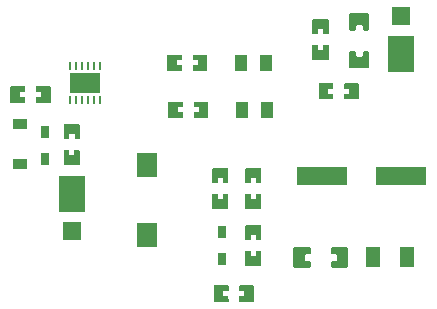
<source format=gtp>
G04*
G04 #@! TF.GenerationSoftware,Altium Limited,Altium Designer,24.2.2 (26)*
G04*
G04 Layer_Color=8421504*
%FSLAX44Y44*%
%MOMM*%
G71*
G04*
G04 #@! TF.SameCoordinates,967F0760-92D6-49E7-A335-9EBDF73BCE5C*
G04*
G04*
G04 #@! TF.FilePolarity,Positive*
G04*
G01*
G75*
%ADD17R,1.1901X1.7280*%
%ADD18R,1.0000X1.3995*%
%ADD19R,2.2000X3.1001*%
%ADD20R,1.5240X1.5200*%
%ADD21R,4.3000X1.6000*%
%ADD22R,0.7500X1.0000*%
%ADD23R,1.7000X2.0000*%
%ADD24R,1.1500X0.9500*%
%ADD25R,0.2540X0.7010*%
%ADD26R,2.5000X1.6993*%
G36*
X362842Y296478D02*
Y283628D01*
X361842Y282628D01*
X358139D01*
X357139Y283628D01*
Y286677D01*
X356139Y287677D01*
X352264D01*
X351264Y286677D01*
Y283628D01*
X350264Y282628D01*
X346562D01*
X345562Y283628D01*
Y296478D01*
X346562Y297478D01*
X361842D01*
X362842Y296478D01*
D02*
G37*
G36*
X328336Y291644D02*
Y280144D01*
X327836Y279644D01*
X323735Y279594D01*
Y284094D01*
X319235D01*
Y279694D01*
X315036Y279644D01*
X314536Y280144D01*
Y291644D01*
X315036Y292144D01*
X327836D01*
X328336Y291644D01*
D02*
G37*
G36*
Y270144D02*
Y258644D01*
X327836Y258144D01*
X315036D01*
X314536Y258644D01*
Y270144D01*
X315036Y270644D01*
X319235Y270644D01*
Y266194D01*
X323735D01*
Y270594D01*
X327836Y270644D01*
X328336Y270144D01*
D02*
G37*
G36*
X362842Y264628D02*
Y251778D01*
X361842Y250778D01*
X346562D01*
X345562Y251778D01*
Y264628D01*
X346562Y265628D01*
X350264D01*
X351264Y264628D01*
Y261579D01*
X352264Y260579D01*
X356139D01*
X357139Y261579D01*
Y264628D01*
X358139Y265628D01*
X361842D01*
X362842Y264628D01*
D02*
G37*
G36*
X225788Y261670D02*
Y248870D01*
X225288Y248370D01*
X213788D01*
X213288Y248870D01*
X213288Y253070D01*
X217738D01*
Y257570D01*
X213338D01*
X213288Y261670D01*
X213788Y262170D01*
X225288D01*
X225788Y261670D01*
D02*
G37*
G36*
X204288D02*
X204338Y257570D01*
X199838D01*
Y253070D01*
X204238D01*
X204288Y248870D01*
X203788Y248370D01*
X192288D01*
X191788Y248870D01*
Y261670D01*
X192288Y262170D01*
X203788D01*
X204288Y261670D01*
D02*
G37*
G36*
X353930Y237602D02*
Y224802D01*
X353430Y224302D01*
X341930D01*
X341430Y224802D01*
X341430Y229002D01*
X345880D01*
Y233501D01*
X341480D01*
X341430Y237602D01*
X341930Y238102D01*
X353430D01*
X353930Y237602D01*
D02*
G37*
G36*
X332430D02*
X332480Y233501D01*
X327980D01*
Y229002D01*
X332380D01*
X332430Y224802D01*
X331930Y224302D01*
X320430D01*
X319930Y224802D01*
Y237602D01*
X320430Y238102D01*
X331930D01*
X332430Y237602D01*
D02*
G37*
G36*
X92946Y235000D02*
Y222200D01*
X92446Y221700D01*
X80946D01*
X80446Y222200D01*
X80396Y226301D01*
X84896D01*
Y230800D01*
X80496D01*
X80446Y235000D01*
X80946Y235500D01*
X92446D01*
X92946Y235000D01*
D02*
G37*
G36*
X71446D02*
X71446Y230800D01*
X66996D01*
Y226301D01*
X71396D01*
X71446Y222200D01*
X70946Y221700D01*
X59446D01*
X58946Y222200D01*
Y235000D01*
X59446Y235500D01*
X70946D01*
X71446Y235000D01*
D02*
G37*
G36*
X226461Y222046D02*
Y209246D01*
X225961Y208746D01*
X214461D01*
X213961Y209246D01*
X213961Y213446D01*
X218411D01*
Y217945D01*
X214011D01*
X213961Y222046D01*
X214461Y222546D01*
X225961D01*
X226461Y222046D01*
D02*
G37*
G36*
X204961D02*
X205011Y217945D01*
X200511D01*
Y213446D01*
X204911D01*
X204961Y209246D01*
X204461Y208746D01*
X192961D01*
X192461Y209246D01*
Y222046D01*
X192961Y222546D01*
X204461D01*
X204961Y222046D01*
D02*
G37*
G36*
X117898Y202638D02*
Y191138D01*
X117398Y190638D01*
X113298Y190587D01*
Y195088D01*
X108798D01*
Y190688D01*
X104598Y190638D01*
X104098Y191138D01*
Y202638D01*
X104598Y203138D01*
X117398D01*
X117898Y202638D01*
D02*
G37*
G36*
X108699Y177089D02*
X113198D01*
Y181489D01*
X117398Y181538D01*
X117898Y181038D01*
Y169538D01*
X117398Y169038D01*
X104598D01*
X104098Y169538D01*
Y181038D01*
X104598Y181538D01*
X108699Y181589D01*
Y177089D01*
D02*
G37*
G36*
X271528Y165453D02*
Y153953D01*
X271028Y153453D01*
X266828Y153453D01*
Y157903D01*
X262328D01*
Y153503D01*
X258228Y153453D01*
X257728Y153953D01*
Y165453D01*
X258228Y165953D01*
X271028D01*
X271528Y165453D01*
D02*
G37*
G36*
X243588D02*
Y153953D01*
X243088Y153453D01*
X238888Y153453D01*
Y157903D01*
X234388D01*
Y153503D01*
X230288Y153453D01*
X229788Y153953D01*
Y165453D01*
X230288Y165953D01*
X243088D01*
X243588Y165453D01*
D02*
G37*
G36*
X262328Y140003D02*
X266828D01*
Y144403D01*
X271028Y144453D01*
X271528Y143953D01*
Y132453D01*
X271028Y131953D01*
X258228D01*
X257728Y132453D01*
Y143953D01*
X258228Y144453D01*
X262328Y144503D01*
Y140003D01*
D02*
G37*
G36*
X234388D02*
X238888D01*
Y144403D01*
X243088Y144453D01*
X243588Y143953D01*
Y132453D01*
X243088Y131953D01*
X230288D01*
X229788Y132453D01*
Y143953D01*
X230288Y144453D01*
X234388Y144503D01*
Y140003D01*
D02*
G37*
G36*
X271528Y117193D02*
Y105693D01*
X271028Y105193D01*
X266828Y105193D01*
Y109643D01*
X262328D01*
Y105243D01*
X258228Y105193D01*
X257728Y105693D01*
Y117193D01*
X258228Y117693D01*
X271028D01*
X271528Y117193D01*
D02*
G37*
G36*
X262328Y91743D02*
X266828D01*
Y96143D01*
X271028Y96193D01*
X271528Y95693D01*
Y84193D01*
X271028Y83693D01*
X258228D01*
X257728Y84193D01*
Y95693D01*
X258228Y96193D01*
X262328Y96243D01*
Y91743D01*
D02*
G37*
G36*
X345128Y98173D02*
Y82893D01*
X344128Y81893D01*
X331278D01*
X330278Y82893D01*
Y86596D01*
X331278Y87596D01*
X334327D01*
X335327Y88596D01*
Y92471D01*
X334327Y93471D01*
X331278D01*
X330278Y94471D01*
Y98173D01*
X331278Y99173D01*
X344128D01*
X345128Y98173D01*
D02*
G37*
G36*
X313278D02*
Y94471D01*
X312278Y93471D01*
X309229D01*
X308229Y92471D01*
Y88596D01*
X309229Y87596D01*
X312278D01*
X313278Y86596D01*
Y82893D01*
X312278Y81893D01*
X299428D01*
X298428Y82893D01*
Y98173D01*
X299428Y99173D01*
X312278D01*
X313278Y98173D01*
D02*
G37*
G36*
X265118Y66453D02*
Y53653D01*
X264618Y53153D01*
X253118D01*
X252618Y53653D01*
X252568Y57754D01*
X257068D01*
Y62254D01*
X252668D01*
X252618Y66453D01*
X253118Y66953D01*
X264618D01*
X265118Y66453D01*
D02*
G37*
G36*
X243618D02*
X243618Y62254D01*
X239168D01*
Y57754D01*
X243568D01*
X243618Y53653D01*
X243118Y53153D01*
X231618D01*
X231118Y53653D01*
Y66453D01*
X231618Y66953D01*
X243118D01*
X243618Y66453D01*
D02*
G37*
D17*
X394648Y90533D02*
D03*
X365748D02*
D03*
D18*
X275171Y255270D02*
D03*
X254165D02*
D03*
X254838Y215646D02*
D03*
X275844D02*
D03*
D19*
X389762Y263209D02*
D03*
X110998Y144523D02*
D03*
D20*
X389762Y295207D02*
D03*
X110998Y112524D02*
D03*
D21*
X322338Y159113D02*
D03*
X389798D02*
D03*
D22*
X237958Y88967D02*
D03*
Y112419D02*
D03*
X88646Y173694D02*
D03*
Y197146D02*
D03*
D23*
X174244Y109192D02*
D03*
Y169192D02*
D03*
D24*
X67056Y203614D02*
D03*
Y169766D02*
D03*
D25*
X134674Y252730D02*
D03*
X129675D02*
D03*
X124673D02*
D03*
X119674D02*
D03*
X114675D02*
D03*
X109674D02*
D03*
Y223774D02*
D03*
X114675D02*
D03*
X119674D02*
D03*
X124673D02*
D03*
X129675D02*
D03*
X134674D02*
D03*
D26*
X122174Y238252D02*
D03*
M02*

</source>
